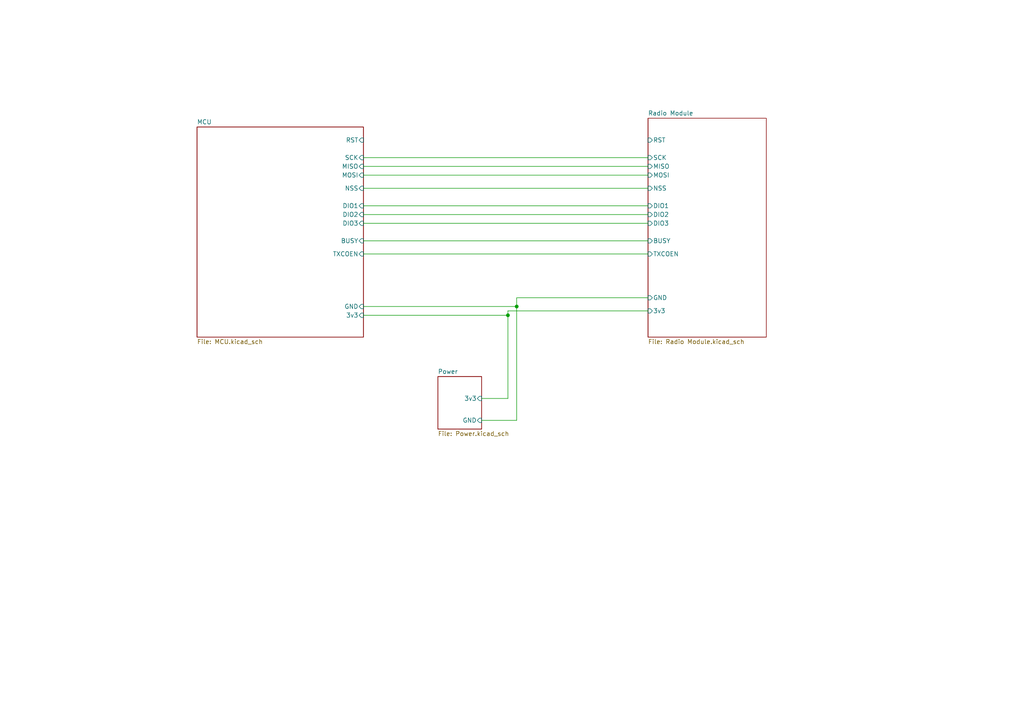
<source format=kicad_sch>
(kicad_sch
	(version 20231120)
	(generator "eeschema")
	(generator_version "8.0")
	(uuid "65404340-e293-4950-8719-8361f004e3c5")
	(paper "A4")
	(lib_symbols)
	(junction
		(at 149.86 88.9)
		(diameter 0)
		(color 0 0 0 0)
		(uuid "4a570e1a-ed3d-4338-8a86-ca029c46aafe")
	)
	(junction
		(at 147.32 91.44)
		(diameter 0)
		(color 0 0 0 0)
		(uuid "ea4017b9-f90a-4d4e-9451-971be04ed0a6")
	)
	(wire
		(pts
			(xy 147.32 91.44) (xy 105.41 91.44)
		)
		(stroke
			(width 0)
			(type default)
		)
		(uuid "118d9527-ca1a-4184-9921-fd29e1a9d76c")
	)
	(wire
		(pts
			(xy 105.41 88.9) (xy 149.86 88.9)
		)
		(stroke
			(width 0)
			(type default)
		)
		(uuid "20ec823d-4447-4110-98ca-6d7d72d18454")
	)
	(wire
		(pts
			(xy 149.86 86.36) (xy 187.96 86.36)
		)
		(stroke
			(width 0)
			(type default)
		)
		(uuid "29958b8e-56c0-4d3c-9d88-80faa1901f0b")
	)
	(wire
		(pts
			(xy 105.41 54.61) (xy 187.96 54.61)
		)
		(stroke
			(width 0)
			(type default)
		)
		(uuid "43ad833a-813f-433b-a752-84ead14371d1")
	)
	(wire
		(pts
			(xy 105.41 45.72) (xy 187.96 45.72)
		)
		(stroke
			(width 0)
			(type default)
		)
		(uuid "478166a6-039c-4ff1-b6a4-da1299e5af69")
	)
	(wire
		(pts
			(xy 105.41 48.26) (xy 187.96 48.26)
		)
		(stroke
			(width 0)
			(type default)
		)
		(uuid "6ea2b177-531c-40f1-8949-8a16aad2c2c1")
	)
	(wire
		(pts
			(xy 147.32 90.17) (xy 147.32 91.44)
		)
		(stroke
			(width 0)
			(type default)
		)
		(uuid "8877a003-817f-4927-8b92-5f57c66a35ca")
	)
	(wire
		(pts
			(xy 105.41 50.8) (xy 187.96 50.8)
		)
		(stroke
			(width 0)
			(type default)
		)
		(uuid "99b267cd-6e27-4fa9-82fb-f22a63150047")
	)
	(wire
		(pts
			(xy 105.41 73.66) (xy 187.96 73.66)
		)
		(stroke
			(width 0)
			(type default)
		)
		(uuid "9ce311c9-9d78-4a6c-8e02-cf6bacb42b91")
	)
	(wire
		(pts
			(xy 149.86 121.92) (xy 149.86 88.9)
		)
		(stroke
			(width 0)
			(type default)
		)
		(uuid "9eaa0bfe-c9c3-4cf0-9a4b-197d906b989b")
	)
	(wire
		(pts
			(xy 139.7 115.57) (xy 147.32 115.57)
		)
		(stroke
			(width 0)
			(type default)
		)
		(uuid "ab5a678e-551f-485e-857d-fae6f994ee90")
	)
	(wire
		(pts
			(xy 105.41 62.23) (xy 187.96 62.23)
		)
		(stroke
			(width 0)
			(type default)
		)
		(uuid "b0e1de5d-7ca4-44ee-ad32-7b1804cd4087")
	)
	(wire
		(pts
			(xy 105.41 69.85) (xy 187.96 69.85)
		)
		(stroke
			(width 0)
			(type default)
		)
		(uuid "b33997c9-561e-4f3f-bf57-aef371f12399")
	)
	(wire
		(pts
			(xy 187.96 90.17) (xy 147.32 90.17)
		)
		(stroke
			(width 0)
			(type default)
		)
		(uuid "b6a89e50-b611-4e64-a19c-4b63630c8281")
	)
	(wire
		(pts
			(xy 147.32 115.57) (xy 147.32 91.44)
		)
		(stroke
			(width 0)
			(type default)
		)
		(uuid "c99f66e2-0853-493d-b029-5ce0f0c3af1d")
	)
	(wire
		(pts
			(xy 187.96 64.77) (xy 105.41 64.77)
		)
		(stroke
			(width 0)
			(type default)
		)
		(uuid "cbffc001-e342-4075-82cb-2e4b29d56b43")
	)
	(wire
		(pts
			(xy 149.86 88.9) (xy 149.86 86.36)
		)
		(stroke
			(width 0)
			(type default)
		)
		(uuid "d272ae68-883e-452e-b497-146ecc7c24e0")
	)
	(wire
		(pts
			(xy 187.96 59.69) (xy 105.41 59.69)
		)
		(stroke
			(width 0)
			(type default)
		)
		(uuid "f51f3f11-9aca-4067-b35c-be093129be43")
	)
	(wire
		(pts
			(xy 139.7 121.92) (xy 149.86 121.92)
		)
		(stroke
			(width 0)
			(type default)
		)
		(uuid "fdb678e8-369b-40cd-849f-19bf2191272f")
	)
	(sheet
		(at 127 109.22)
		(size 12.7 15.24)
		(fields_autoplaced yes)
		(stroke
			(width 0.1524)
			(type solid)
		)
		(fill
			(color 0 0 0 0.0000)
		)
		(uuid "19f176ab-7e4d-4626-a178-223fbbd26938")
		(property "Sheetname" "Power"
			(at 127 108.5084 0)
			(effects
				(font
					(size 1.27 1.27)
				)
				(justify left bottom)
			)
		)
		(property "Sheetfile" "Power.kicad_sch"
			(at 127 125.0446 0)
			(effects
				(font
					(size 1.27 1.27)
				)
				(justify left top)
			)
		)
		(pin "3v3" input
			(at 139.7 115.57 0)
			(effects
				(font
					(size 1.27 1.27)
				)
				(justify right)
			)
			(uuid "f241d11f-69a5-4cbb-9508-97fbce766104")
		)
		(pin "GND" input
			(at 139.7 121.92 0)
			(effects
				(font
					(size 1.27 1.27)
				)
				(justify right)
			)
			(uuid "41ce81b8-8225-442e-b033-eeb5a7baad35")
		)
		(instances
			(project "Hope"
				(path "/65404340-e293-4950-8719-8361f004e3c5"
					(page "4")
				)
			)
		)
	)
	(sheet
		(at 57.15 36.83)
		(size 48.26 60.96)
		(fields_autoplaced yes)
		(stroke
			(width 0.1524)
			(type solid)
		)
		(fill
			(color 0 0 0 0.0000)
		)
		(uuid "a0c89230-1f28-49b0-b471-ec6fc5e781f6")
		(property "Sheetname" "MCU"
			(at 57.15 36.1184 0)
			(effects
				(font
					(size 1.27 1.27)
				)
				(justify left bottom)
			)
		)
		(property "Sheetfile" "MCU.kicad_sch"
			(at 57.15 98.3746 0)
			(effects
				(font
					(size 1.27 1.27)
				)
				(justify left top)
			)
		)
		(pin "GND" input
			(at 105.41 88.9 0)
			(effects
				(font
					(size 1.27 1.27)
				)
				(justify right)
			)
			(uuid "84e81000-a917-4c70-9d51-22acc3847626")
		)
		(pin "3v3" input
			(at 105.41 91.44 0)
			(effects
				(font
					(size 1.27 1.27)
				)
				(justify right)
			)
			(uuid "e655a0fe-d504-422b-b8e2-68081fe1bbe3")
		)
		(pin "SCK" input
			(at 105.41 45.72 0)
			(effects
				(font
					(size 1.27 1.27)
				)
				(justify right)
			)
			(uuid "06593b6c-c4f2-4aae-86cb-ae3cbda03a46")
		)
		(pin "MISO" input
			(at 105.41 48.26 0)
			(effects
				(font
					(size 1.27 1.27)
				)
				(justify right)
			)
			(uuid "8444a6e4-65fe-41d0-b128-76b57a045c3d")
		)
		(pin "MOSI" input
			(at 105.41 50.8 0)
			(effects
				(font
					(size 1.27 1.27)
				)
				(justify right)
			)
			(uuid "6e3144d5-56ad-4539-89e8-60179caacd99")
		)
		(pin "RST" input
			(at 105.41 40.64 0)
			(effects
				(font
					(size 1.27 1.27)
				)
				(justify right)
			)
			(uuid "d2569778-f743-41d7-90fe-eeeac0ad44f8")
		)
		(pin "NSS" input
			(at 105.41 54.61 0)
			(effects
				(font
					(size 1.27 1.27)
				)
				(justify right)
			)
			(uuid "6e05b9c2-df65-44aa-9e38-a56a411dce64")
		)
		(pin "BUSY" input
			(at 105.41 69.85 0)
			(effects
				(font
					(size 1.27 1.27)
				)
				(justify right)
			)
			(uuid "d20a72a0-0085-4872-b54d-56ad3195be63")
		)
		(pin "TXCOEN" input
			(at 105.41 73.66 0)
			(effects
				(font
					(size 1.27 1.27)
				)
				(justify right)
			)
			(uuid "fab0688b-f36b-487a-9b60-6f5745538502")
		)
		(pin "DIO1" input
			(at 105.41 59.69 0)
			(effects
				(font
					(size 1.27 1.27)
				)
				(justify right)
			)
			(uuid "6aa0a26d-5770-4ce9-a3cc-a42a3ae1a130")
		)
		(pin "DIO3" input
			(at 105.41 64.77 0)
			(effects
				(font
					(size 1.27 1.27)
				)
				(justify right)
			)
			(uuid "5aedf599-184f-4a25-88df-ea7e136d863d")
		)
		(pin "DIO2" input
			(at 105.41 62.23 0)
			(effects
				(font
					(size 1.27 1.27)
				)
				(justify right)
			)
			(uuid "8f8a8b38-cb93-42a8-9394-7e508bbb1504")
		)
		(instances
			(project "Hope"
				(path "/65404340-e293-4950-8719-8361f004e3c5"
					(page "2")
				)
			)
		)
	)
	(sheet
		(at 187.96 34.29)
		(size 34.29 63.5)
		(fields_autoplaced yes)
		(stroke
			(width 0.1524)
			(type solid)
		)
		(fill
			(color 0 0 0 0.0000)
		)
		(uuid "ab5bb7f9-9ef8-4fe6-800e-4ea6b31dbd22")
		(property "Sheetname" "Radio Module"
			(at 187.96 33.5784 0)
			(effects
				(font
					(size 1.27 1.27)
				)
				(justify left bottom)
			)
		)
		(property "Sheetfile" "Radio Module.kicad_sch"
			(at 187.96 98.3746 0)
			(effects
				(font
					(size 1.27 1.27)
				)
				(justify left top)
			)
		)
		(pin "TXCOEN" input
			(at 187.96 73.66 180)
			(effects
				(font
					(size 1.27 1.27)
				)
				(justify left)
			)
			(uuid "9150369d-e762-4be8-94ad-5e6ea33488d6")
		)
		(pin "BUSY" input
			(at 187.96 69.85 180)
			(effects
				(font
					(size 1.27 1.27)
				)
				(justify left)
			)
			(uuid "8b4132cb-17c5-4096-8e9e-425c484d1425")
		)
		(pin "DIO3" input
			(at 187.96 64.77 180)
			(effects
				(font
					(size 1.27 1.27)
				)
				(justify left)
			)
			(uuid "86307d66-8924-4d15-9086-86882adb33d8")
		)
		(pin "DIO2" input
			(at 187.96 62.23 180)
			(effects
				(font
					(size 1.27 1.27)
				)
				(justify left)
			)
			(uuid "007f4bd7-7cc3-4817-bc0d-919688bcb0df")
		)
		(pin "DIO1" input
			(at 187.96 59.69 180)
			(effects
				(font
					(size 1.27 1.27)
				)
				(justify left)
			)
			(uuid "e8691e73-9d55-42e3-8bab-2a767a460444")
		)
		(pin "SCK" input
			(at 187.96 45.72 180)
			(effects
				(font
					(size 1.27 1.27)
				)
				(justify left)
			)
			(uuid "43bcdc84-b0da-46b6-b5ce-aaf3913d9f0d")
		)
		(pin "MOSI" input
			(at 187.96 50.8 180)
			(effects
				(font
					(size 1.27 1.27)
				)
				(justify left)
			)
			(uuid "f76f3738-1306-4e60-95bb-7790b630a692")
		)
		(pin "MISO" input
			(at 187.96 48.26 180)
			(effects
				(font
					(size 1.27 1.27)
				)
				(justify left)
			)
			(uuid "640256c1-4af3-411c-a8d1-069d8f5b34fd")
		)
		(pin "RST" input
			(at 187.96 40.64 180)
			(effects
				(font
					(size 1.27 1.27)
				)
				(justify left)
			)
			(uuid "fd6d2334-5774-464e-b947-81d68d072ea7")
		)
		(pin "NSS" input
			(at 187.96 54.61 180)
			(effects
				(font
					(size 1.27 1.27)
				)
				(justify left)
			)
			(uuid "8818b221-3bf8-4aca-bfb8-07cce9466fd7")
		)
		(pin "GND" input
			(at 187.96 86.36 180)
			(effects
				(font
					(size 1.27 1.27)
				)
				(justify left)
			)
			(uuid "23045b29-c6a6-4619-a276-8f73d5eb8275")
		)
		(pin "3v3" input
			(at 187.96 90.17 180)
			(effects
				(font
					(size 1.27 1.27)
				)
				(justify left)
			)
			(uuid "96e76ee7-c3e9-44ef-9867-b2588d3b86e9")
		)
		(instances
			(project "Hope"
				(path "/65404340-e293-4950-8719-8361f004e3c5"
					(page "3")
				)
			)
		)
	)
	(sheet_instances
		(path "/"
			(page "1")
		)
	)
)
</source>
